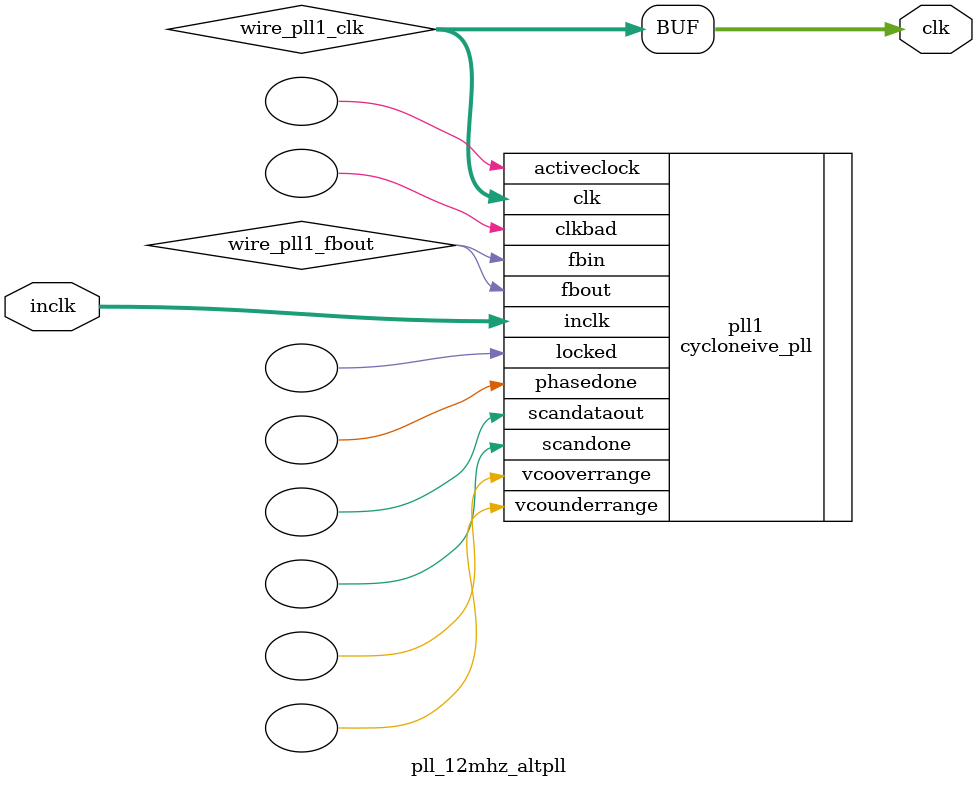
<source format=v>






//synthesis_resources = cycloneive_pll 1 
//synopsys translate_off
`timescale 1 ps / 1 ps
//synopsys translate_on
module  pll_12mhz_altpll
	( 
	clk,
	inclk) /* synthesis synthesis_clearbox=1 */;
	output   [4:0]  clk;
	input   [1:0]  inclk;
`ifndef ALTERA_RESERVED_QIS
// synopsys translate_off
`endif
	tri0   [1:0]  inclk;
`ifndef ALTERA_RESERVED_QIS
// synopsys translate_on
`endif

	wire  [4:0]   wire_pll1_clk;
	wire  wire_pll1_fbout;

	cycloneive_pll   pll1
	( 
	.activeclock(),
	.clk(wire_pll1_clk),
	.clkbad(),
	.fbin(wire_pll1_fbout),
	.fbout(wire_pll1_fbout),
	.inclk(inclk),
	.locked(),
	.phasedone(),
	.scandataout(),
	.scandone(),
	.vcooverrange(),
	.vcounderrange()
	`ifndef FORMAL_VERIFICATION
	// synopsys translate_off
	`endif
	,
	.areset(1'b0),
	.clkswitch(1'b0),
	.configupdate(1'b0),
	.pfdena(1'b1),
	.phasecounterselect({3{1'b0}}),
	.phasestep(1'b0),
	.phaseupdown(1'b0),
	.scanclk(1'b0),
	.scanclkena(1'b1),
	.scandata(1'b0)
	`ifndef FORMAL_VERIFICATION
	// synopsys translate_on
	`endif
	);
	defparam
		pll1.bandwidth_type = "auto",
		pll1.clk0_divide_by = 25,
		pll1.clk0_duty_cycle = 50,
		pll1.clk0_multiply_by = 6,
		pll1.clk0_phase_shift = "0",
		pll1.compensate_clock = "clk0",
		pll1.inclk0_input_frequency = 20000,
		pll1.operation_mode = "normal",
		pll1.pll_type = "auto",
		pll1.lpm_type = "cycloneive_pll";
	assign
		clk = {wire_pll1_clk[4:0]};
endmodule //pll_12mhz_altpll
//VALID FILE

</source>
